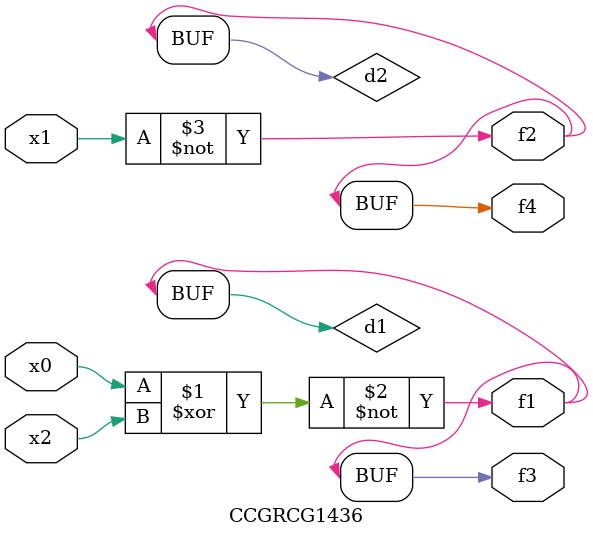
<source format=v>
module CCGRCG1436(
	input x0, x1, x2,
	output f1, f2, f3, f4
);

	wire d1, d2, d3;

	xnor (d1, x0, x2);
	nand (d2, x1);
	nor (d3, x1, x2);
	assign f1 = d1;
	assign f2 = d2;
	assign f3 = d1;
	assign f4 = d2;
endmodule

</source>
